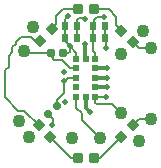
<source format=gtl>
G04*
G04 #@! TF.GenerationSoftware,Altium Limited,Altium Designer,21.8.1 (53)*
G04*
G04 Layer_Physical_Order=1*
G04 Layer_Color=16776960*
%FSLAX43Y43*%
%MOMM*%
G71*
G04*
G04 #@! TF.SameCoordinates,1D73D155-7DD3-43B3-A4AD-18309685674C*
G04*
G04*
G04 #@! TF.FilePolarity,Positive*
G04*
G01*
G75*
%ADD11C,0.200*%
G04:AMPARAMS|DCode=21|XSize=0.8mm|YSize=0.8mm|CornerRadius=0.1mm|HoleSize=0mm|Usage=FLASHONLY|Rotation=0.000|XOffset=0mm|YOffset=0mm|HoleType=Round|Shape=RoundedRectangle|*
%AMROUNDEDRECTD21*
21,1,0.800,0.600,0,0,0.0*
21,1,0.600,0.800,0,0,0.0*
1,1,0.200,0.300,-0.300*
1,1,0.200,-0.300,-0.300*
1,1,0.200,-0.300,0.300*
1,1,0.200,0.300,0.300*
%
%ADD21ROUNDEDRECTD21*%
%ADD22R,0.500X0.500*%
G04:AMPARAMS|DCode=23|XSize=0.8mm|YSize=0.8mm|CornerRadius=0.1mm|HoleSize=0mm|Usage=FLASHONLY|Rotation=135.000|XOffset=0mm|YOffset=0mm|HoleType=Round|Shape=RoundedRectangle|*
%AMROUNDEDRECTD23*
21,1,0.800,0.600,0,0,135.0*
21,1,0.600,0.800,0,0,135.0*
1,1,0.200,0.000,0.424*
1,1,0.200,0.424,0.000*
1,1,0.200,0.000,-0.424*
1,1,0.200,-0.424,0.000*
%
%ADD23ROUNDEDRECTD23*%
G04:AMPARAMS|DCode=24|XSize=0.8mm|YSize=0.8mm|CornerRadius=0.1mm|HoleSize=0mm|Usage=FLASHONLY|Rotation=45.000|XOffset=0mm|YOffset=0mm|HoleType=Round|Shape=RoundedRectangle|*
%AMROUNDEDRECTD24*
21,1,0.800,0.600,0,0,45.0*
21,1,0.600,0.800,0,0,45.0*
1,1,0.200,0.424,0.000*
1,1,0.200,0.000,-0.424*
1,1,0.200,-0.424,0.000*
1,1,0.200,0.000,0.424*
%
%ADD24ROUNDEDRECTD24*%
G04:AMPARAMS|DCode=25|XSize=0.59mm|YSize=0.6mm|CornerRadius=0.074mm|HoleSize=0mm|Usage=FLASHONLY|Rotation=180.000|XOffset=0mm|YOffset=0mm|HoleType=Round|Shape=RoundedRectangle|*
%AMROUNDEDRECTD25*
21,1,0.590,0.453,0,0,180.0*
21,1,0.443,0.600,0,0,180.0*
1,1,0.148,-0.221,0.226*
1,1,0.148,0.221,0.226*
1,1,0.148,0.221,-0.226*
1,1,0.148,-0.221,-0.226*
%
%ADD25ROUNDEDRECTD25*%
G04:AMPARAMS|DCode=26|XSize=0.61mm|YSize=0.6mm|CornerRadius=0.075mm|HoleSize=0mm|Usage=FLASHONLY|Rotation=180.000|XOffset=0mm|YOffset=0mm|HoleType=Round|Shape=RoundedRectangle|*
%AMROUNDEDRECTD26*
21,1,0.610,0.450,0,0,180.0*
21,1,0.460,0.600,0,0,180.0*
1,1,0.150,-0.230,0.225*
1,1,0.150,0.230,0.225*
1,1,0.150,0.230,-0.225*
1,1,0.150,-0.230,-0.225*
%
%ADD26ROUNDEDRECTD26*%
G04:AMPARAMS|DCode=27|XSize=0.61mm|YSize=0.6mm|CornerRadius=0.075mm|HoleSize=0mm|Usage=FLASHONLY|Rotation=45.000|XOffset=0mm|YOffset=0mm|HoleType=Round|Shape=RoundedRectangle|*
%AMROUNDEDRECTD27*
21,1,0.610,0.450,0,0,45.0*
21,1,0.460,0.600,0,0,45.0*
1,1,0.150,0.322,0.004*
1,1,0.150,-0.004,-0.322*
1,1,0.150,-0.322,-0.004*
1,1,0.150,0.004,0.322*
%
%ADD27ROUNDEDRECTD27*%
%ADD28C,0.300*%
%ADD29C,0.150*%
%ADD30C,0.125*%
%ADD31C,1.100*%
%ADD32C,0.500*%
D11*
X-5226Y-2274D02*
X-3995Y-3505D01*
X-5722Y-2274D02*
X-5226D01*
X700Y6300D02*
X1941D01*
X2575Y4925D02*
Y5666D01*
X1941Y6300D02*
X2575Y5666D01*
Y4925D02*
X3005Y4495D01*
X4500Y3000D02*
X5500D01*
X3995Y3505D02*
X4500Y3000D01*
X3995Y-3505D02*
X4500Y-3000D01*
X5500D01*
X-800Y2100D02*
Y2617D01*
X-1383Y3200D02*
X-800Y2617D01*
X-1775Y3620D02*
X-1383Y3228D01*
Y3200D02*
Y3228D01*
X1669Y3061D02*
Y3872D01*
X1639Y3902D02*
X1669Y3872D01*
Y3061D02*
X1699Y3031D01*
X1639Y3902D02*
X1644Y3907D01*
X-2905Y4717D02*
X-2554Y5068D01*
Y5718D01*
X-2905Y4595D02*
Y4717D01*
X-4319Y3605D02*
X-3895D01*
X-4661Y3947D02*
X-4319Y3605D01*
X-5509Y3947D02*
X-4661D01*
X-6851Y-1146D02*
X-5722Y-2274D01*
X-6851Y-1146D02*
Y1135D01*
X720Y5015D02*
Y5401D01*
X955Y5636D02*
X1513D01*
X619Y4914D02*
X720Y5015D01*
Y5401D02*
X955Y5636D01*
X-6547Y1439D02*
Y2359D01*
X-6229Y2677D01*
X-6851Y1135D02*
X-6547Y1439D01*
X-6229Y2677D02*
Y3071D01*
X-5955Y3345D01*
Y3502D02*
X-5509Y3947D01*
X-5955Y3345D02*
Y3502D01*
X-1766Y4799D02*
Y5458D01*
X-1775Y3689D02*
Y4790D01*
X1644Y4914D02*
X1650Y4920D01*
X1644Y3907D02*
Y4914D01*
X-82Y5554D02*
X-43Y5515D01*
X-609Y5554D02*
X-82D01*
X-745Y4881D02*
Y5418D01*
X-609Y5554D01*
X-738Y3890D02*
Y4875D01*
Y3890D02*
X-732Y3884D01*
X-745Y4881D02*
X-738Y4875D01*
X614Y2758D02*
X801Y2571D01*
X614Y2758D02*
Y3902D01*
X619Y3907D02*
Y4914D01*
X614Y3902D02*
X619Y3907D01*
X-1775Y4790D02*
X-1766Y4799D01*
Y5458D02*
X-1561Y5663D01*
Y5687D01*
X-2554Y5718D02*
X-1972Y6300D01*
X-700D01*
X751Y-6299D02*
X1201D01*
X1200Y-6300D02*
X1201Y-6299D01*
X1174Y-6300D02*
X1200D01*
X1201Y-6299D02*
X2970Y-4530D01*
X750Y-6300D02*
X751Y-6299D01*
X801Y2101D02*
Y2571D01*
X800Y2100D02*
X801Y2101D01*
X-2970Y-4568D02*
X-1238Y-6300D01*
X-2970Y-4568D02*
Y-4530D01*
X-1238Y-6300D02*
X-750D01*
D21*
X-700D02*
D03*
X700D02*
D03*
Y6300D02*
D03*
X-700D02*
D03*
D22*
X-800Y500D02*
D03*
X800D02*
D03*
Y1300D02*
D03*
X-800D02*
D03*
Y2100D02*
D03*
X800D02*
D03*
X-800Y-300D02*
D03*
Y-1100D02*
D03*
X800Y-300D02*
D03*
Y-1100D02*
D03*
X0Y2100D02*
D03*
Y-1100D02*
D03*
D23*
X3005Y4495D02*
D03*
X3995Y3505D02*
D03*
X-3005Y-4495D02*
D03*
X-3995Y-3505D02*
D03*
D24*
X3995D02*
D03*
X3005Y-4495D02*
D03*
X-2905Y4595D02*
D03*
X-3895Y3605D02*
D03*
D25*
X-1757Y3884D02*
D03*
X-732D02*
D03*
X-1770Y4881D02*
D03*
X-745D02*
D03*
X625Y4920D02*
D03*
X1650D02*
D03*
X614Y3902D02*
D03*
X1639D02*
D03*
D26*
X-2925Y2600D02*
D03*
X-1925D02*
D03*
D27*
X-2471Y-1896D02*
D03*
X-3179Y-2604D02*
D03*
D28*
X-10Y-2079D02*
X334Y-2423D01*
X-10Y-2079D02*
Y-1110D01*
X-38Y2138D02*
X0Y2100D01*
X-38Y2138D02*
Y3352D01*
X800Y-300D02*
X1800D01*
X800Y500D02*
X1800D01*
X800Y1300D02*
X1800D01*
D29*
X900Y-1700D02*
X2200D01*
X3000Y-2500D01*
X-367Y-3083D02*
X1150Y-4600D01*
X-367Y-3083D02*
Y-2456D01*
X-800Y-2023D02*
Y-1100D01*
Y-2023D02*
X-367Y-2456D01*
X-2471Y-1571D02*
Y-1418D01*
X-1846Y-793D02*
Y198D01*
X-2471Y-1418D02*
X-1846Y-793D01*
X-1389Y2702D02*
Y3194D01*
X-1911Y2614D02*
X-1477D01*
X-1389Y2702D01*
X-2471Y-1896D02*
X-2468Y-1893D01*
X-2471Y-1571D02*
X-2468Y-1575D01*
Y-1893D02*
Y-1575D01*
X-3179Y-2604D02*
X-2807Y-2975D01*
X-2835Y-3484D02*
X-2807Y-3456D01*
X-3179Y-2604D02*
Y-2604D01*
X-2807Y-3456D02*
Y-2975D01*
X-2720Y2039D02*
X-2061D01*
X-1328Y1306D02*
X-806D01*
X-2061Y2039D02*
X-1328Y1306D01*
X800Y-1600D02*
X900Y-1700D01*
X800Y-1600D02*
Y-1100D01*
X-5246Y2756D02*
X-5090Y2600D01*
X-2925D01*
X-2911Y2586D01*
X-1846Y198D02*
X-1544Y500D01*
X-800D01*
X-2911Y2230D02*
Y2586D01*
X-806Y1306D02*
X-800Y1300D01*
X-2911Y2230D02*
X-2720Y2039D01*
X800Y-1100D02*
X1698D01*
D30*
X-1925Y2600D02*
X-1911Y2614D01*
D31*
X1150Y-4600D02*
D03*
X3000Y-2500D02*
D03*
X-1150Y-4600D02*
D03*
X-5246Y2756D02*
D03*
X5500Y3000D02*
D03*
Y-3000D02*
D03*
X-5641Y-3120D02*
D03*
X3000Y2500D02*
D03*
X-4828Y-4500D02*
D03*
X4500Y-4828D02*
D03*
X-4500Y4828D02*
D03*
X4828Y4500D02*
D03*
D32*
X334Y-2423D02*
D03*
X-1383Y3200D02*
D03*
X1699Y3031D02*
D03*
X-2835Y-3484D02*
D03*
X-38Y3352D02*
D03*
X1513Y5636D02*
D03*
X-1900Y1000D02*
D03*
X-1741Y-1553D02*
D03*
X-1846Y198D02*
D03*
X1698Y-1100D02*
D03*
X1800Y-300D02*
D03*
Y500D02*
D03*
Y1300D02*
D03*
X-1561Y5687D02*
D03*
X-43Y5515D02*
D03*
M02*

</source>
